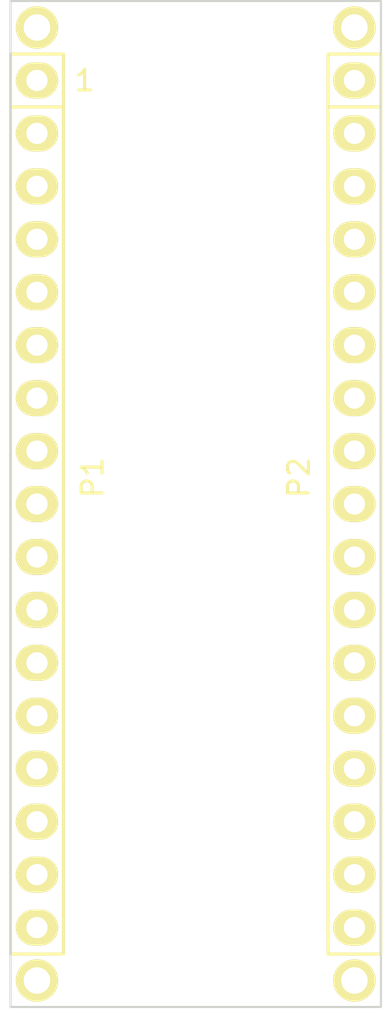
<source format=kicad_pcb>
(kicad_pcb (version 20210126) (generator pcbnew)
  (title_block (date "sam. 04 avril 2015"))
  (layers (0 "F.Cu" signal) (31 "B.Cu" signal) (34 "B.Paste" user) (35 "F.Paste" user) (36 "B.SilkS" user "B.Silkscreen") (37 "F.SilkS" user "F.Silkscreen") (38 "B.Mask" user) (39 "F.Mask" user) (44 "Edge.Cuts" user))
  (net 0 "")
  (net 1 "/MOSI")
  (net 2 "/SS")
  (net 3 "/Reset")
  (net 4 "GND")
  (net 5 "/2(SDA)")
  (net 6 "/3(**/SCL)")
  (net 7 "/4(A6)")
  (net 8 "/5(**)")
  (net 9 "/6(**/A7)")
  (net 10 "/7")
  (net 11 "/8(A8)")
  (net 12 "/9(**/A9)")
  (net 13 "/10(A10)")
  (net 14 "/11(**)")
  (net 15 "/12(A11)")
  (net 16 "/SCK")
  (net 17 "/MISO")
  (net 18 "/Vin")
  (net 19 "+5V")
  (net 20 "/A5")
  (net 21 "/A4")
  (net 22 "/A3")
  (net 23 "/A2")
  (net 24 "/A1")
  (net 25 "/A0")
  (net 26 "/AREF")
  (net 27 "/13(**)")
  (net 28 "Net-(P3-Pad1)")
  (net 29 "Net-(P4-Pad1)")
  (net 30 "Net-(P5-Pad1)")
  (net 31 "Net-(P6-Pad1)")
  (net 32 "/1(Tx1)")
  (net 33 "/0(Rx1)")
  (net 34 "Net-(P2-Pad7)")
  (net 35 "Net-(P2-Pad8)")
  (net 36 "+3V3")
  (footprint "Socket_Arduino_Micro:Socket_Strip_Arduino_1x17" (layer "F.Cu") (at 137.033 70.866 -90)
    (fp_text reference "P1" (at 19.05 -2.667 -90) (layer "F.SilkS"))
    (fp_text value "Digital")
    (fp_line (start 41.91 -1.27) (end 1.27 -1.27) (layer "F.SilkS") (width 0.15))
    (fp_line (start -1.27 1.27) (end 1.27 1.27) (layer "F.SilkS") (width 0.15))
    (fp_line (start -1.27 -1.27) (end -1.27 1.27) (layer "F.SilkS") (width 0.15))
    (fp_line (start 1.27 -1.27) (end -1.27 -1.27) (layer "F.SilkS") (width 0.15))
    (fp_line (start 1.27 1.27) (end 41.91 1.27) (layer "F.SilkS") (width 0.15))
    (fp_line (start 1.27 1.27) (end 1.27 -1.27) (layer "F.SilkS") (width 0.15))
    (fp_line (start 41.91 1.27) (end 41.91 -1.27) (layer "F.SilkS") (width 0.15))
    (pad "1" thru_hole oval (at 0 0 270) (size 1.7272 2.032) (drill 1.016) (layers *.Cu *.Mask "F.SilkS") (net 1 "/MOSI"))
    (pad "2" thru_hole oval (at 2.54 0 270) (size 1.7272 2.032) (drill 1.016) (layers *.Cu *.Mask "F.SilkS") (net 2 "/SS"))
    (pad "3" thru_hole oval (at 5.08 0 270) (size 1.7272 2.032) (drill 1.016) (layers *.Cu *.Mask "F.SilkS") (net 32 "/1(Tx1)"))
    (pad "4" thru_hole oval (at 7.62 0 270) (size 1.7272 2.032) (drill 1.016) (layers *.Cu *.Mask "F.SilkS") (net 33 "/0(Rx1)"))
    (pad "5" thru_hole oval (at 10.16 0 270) (size 1.7272 2.032) (drill 1.016) (layers *.Cu *.Mask "F.SilkS") (net 3 "/Reset"))
    (pad "6" thru_hole oval (at 12.7 0 270) (size 1.7272 2.032) (drill 1.016) (layers *.Cu *.Mask "F.SilkS") (net 4 "GND"))
    (pad "7" thru_hole oval (at 15.24 0 270) (size 1.7272 2.032) (drill 1.016) (layers *.Cu *.Mask "F.SilkS") (net 5 "/2(SDA)"))
    (pad "8" thru_hole oval (at 17.78 0 270) (size 1.7272 2.032) (drill 1.016) (layers *.Cu *.Mask "F.SilkS") (net 6 "/3(**/SCL)"))
    (pad "9" thru_hole oval (at 20.32 0 270) (size 1.7272 2.032) (drill 1.016) (layers *.Cu *.Mask "F.SilkS") (net 7 "/4(A6)"))
    (pad "10" thru_hole oval (at 22.86 0 270) (size 1.7272 2.032) (drill 1.016) (layers *.Cu *.Mask "F.SilkS") (net 8 "/5(**)"))
    (pad "11" thru_hole oval (at 25.4 0 270) (size 1.7272 2.032) (drill 1.016) (layers *.Cu *.Mask "F.SilkS") (net 9 "/6(**/A7)"))
    (pad "12" thru_hole oval (at 27.94 0 270) (size 1.7272 2.032) (drill 1.016) (layers *.Cu *.Mask "F.SilkS") (net 10 "/7"))
    (pad "13" thru_hole oval (at 30.48 0 270) (size 1.7272 2.032) (drill 1.016) (layers *.Cu *.Mask "F.SilkS") (net 11 "/8(A8)"))
    (pad "14" thru_hole oval (at 33.02 0 270) (size 1.7272 2.032) (drill 1.016) (layers *.Cu *.Mask "F.SilkS") (net 12 "/9(**/A9)"))
    (pad "15" thru_hole oval (at 35.56 0 270) (size 1.7272 2.032) (drill 1.016) (layers *.Cu *.Mask "F.SilkS") (net 13 "/10(A10)"))
    (pad "16" thru_hole oval (at 38.1 0 270) (size 1.7272 2.032) (drill 1.016) (layers *.Cu *.Mask "F.SilkS") (net 14 "/11(**)"))
    (pad "17" thru_hole oval (at 40.64 0 270) (size 1.7272 2.032) (drill 1.016) (layers *.Cu *.Mask "F.SilkS") (net 15 "/12(A11)"))
  )
  (footprint "Socket_Arduino_Micro:Socket_Strip_Arduino_1x17" (layer "F.Cu") (at 152.273 70.866 -90)
    (fp_text reference "P2" (at 19.05 2.667 -90) (layer "F.SilkS"))
    (fp_text value "Analog")
    (fp_line (start 41.91 1.27) (end 41.91 -1.27) (layer "F.SilkS") (width 0.15))
    (fp_line (start 1.27 1.27) (end 41.91 1.27) (layer "F.SilkS") (width 0.15))
    (fp_line (start -1.27 1.27) (end 1.27 1.27) (layer "F.SilkS") (width 0.15))
    (fp_line (start -1.27 -1.27) (end -1.27 1.27) (layer "F.SilkS") (width 0.15))
    (fp_line (start 41.91 -1.27) (end 1.27 -1.27) (layer "F.SilkS") (width 0.15))
    (fp_line (start 1.27 -1.27) (end -1.27 -1.27) (layer "F.SilkS") (width 0.15))
    (fp_line (start 1.27 1.27) (end 1.27 -1.27) (layer "F.SilkS") (width 0.15))
    (pad "1" thru_hole oval (at 0 0 270) (size 1.7272 2.032) (drill 1.016) (layers *.Cu *.Mask "F.SilkS") (net 16 "/SCK"))
    (pad "2" thru_hole oval (at 2.54 0 270) (size 1.7272 2.032) (drill 1.016) (layers *.Cu *.Mask "F.SilkS") (net 17 "/MISO"))
    (pad "3" thru_hole oval (at 5.08 0 270) (size 1.7272 2.032) (drill 1.016) (layers *.Cu *.Mask "F.SilkS") (net 18 "/Vin"))
    (pad "4" thru_hole oval (at 7.62 0 270) (size 1.7272 2.032) (drill 1.016) (layers *.Cu *.Mask "F.SilkS") (net 4 "GND"))
    (pad "5" thru_hole oval (at 10.16 0 270) (size 1.7272 2.032) (drill 1.016) (layers *.Cu *.Mask "F.SilkS") (net 3 "/Reset"))
    (pad "6" thru_hole oval (at 12.7 0 270) (size 1.7272 2.032) (drill 1.016) (layers *.Cu *.Mask "F.SilkS") (net 19 "+5V"))
    (pad "7" thru_hole oval (at 15.24 0 270) (size 1.7272 2.032) (drill 1.016) (layers *.Cu *.Mask "F.SilkS") (net 34 "Net-(P2-Pad7)"))
    (pad "8" thru_hole oval (at 17.78 0 270) (size 1.7272 2.032) (drill 1.016) (layers *.Cu *.Mask "F.SilkS") (net 35 "Net-(P2-Pad8)"))
    (pad "9" thru_hole oval (at 20.32 0 270) (size 1.7272 2.032) (drill 1.016) (layers *.Cu *.Mask "F.SilkS") (net 20 "/A5"))
    (pad "10" thru_hole oval (at 22.86 0 270) (size 1.7272 2.032) (drill 1.016) (layers *.Cu *.Mask "F.SilkS") (net 21 "/A4"))
    (pad "11" thru_hole oval (at 25.4 0 270) (size 1.7272 2.032) (drill 1.016) (layers *.Cu *.Mask "F.SilkS") (net 22 "/A3"))
    (pad "12" thru_hole oval (at 27.94 0 270) (size 1.7272 2.032) (drill 1.016) (layers *.Cu *.Mask "F.SilkS") (net 23 "/A2"))
    (pad "13" thru_hole oval (at 30.48 0 270) (size 1.7272 2.032) (drill 1.016) (layers *.Cu *.Mask "F.SilkS") (net 24 "/A1"))
    (pad "14" thru_hole oval (at 33.02 0 270) (size 1.7272 2.032) (drill 1.016) (layers *.Cu *.Mask "F.SilkS") (net 25 "/A0"))
    (pad "15" thru_hole oval (at 35.56 0 270) (size 1.7272 2.032) (drill 1.016) (layers *.Cu *.Mask "F.SilkS") (net 26 "/AREF"))
    (pad "16" thru_hole oval (at 38.1 0 270) (size 1.7272 2.032) (drill 1.016) (layers *.Cu *.Mask "F.SilkS") (net 36 "+3V3"))
    (pad "17" thru_hole oval (at 40.64 0 270) (size 1.7272 2.032) (drill 1.016) (layers *.Cu *.Mask "F.SilkS") (net 27 "/13(**)"))
  )
  (footprint "Socket_Arduino_Micro:1pin_Micro" (layer "F.Cu") (at 137.033 68.326)
    (fp_text reference "P3" hide)
    (fp_text value "CONN_01X01" hide)
    (pad "1" thru_hole circle (at 0 0) (size 2.032 2.032) (drill 1.27) (layers *.Cu *.Mask "F.SilkS") (net 28 "Net-(P3-Pad1)"))
  )
  (footprint "Socket_Arduino_Micro:1pin_Micro" (layer "F.Cu") (at 137.033 114.046)
    (fp_text reference "P4" hide)
    (fp_text value "CONN_01X01" hide)
    (pad "1" thru_hole circle (at 0 0) (size 2.032 2.032) (drill 1.27) (layers *.Cu *.Mask "F.SilkS") (net 29 "Net-(P4-Pad1)"))
  )
  (footprint "Socket_Arduino_Micro:1pin_Micro" (layer "F.Cu") (at 152.273 114.046)
    (fp_text reference "P5" hide)
    (fp_text value "CONN_01X01" hide)
    (pad "1" thru_hole circle (at 0 0) (size 2.032 2.032) (drill 1.27) (layers *.Cu *.Mask "F.SilkS") (net 30 "Net-(P5-Pad1)"))
  )
  (footprint "Socket_Arduino_Micro:1pin_Micro" (layer "F.Cu") (at 152.273 68.326)
    (fp_text reference "P6" hide)
    (fp_text value "CONN_01X01" hide)
    (pad "1" thru_hole circle (at 0 0) (size 2.032 2.032) (drill 1.27) (layers *.Cu *.Mask "F.SilkS") (net 31 "Net-(P6-Pad1)"))
  )
  (gr_line (start 135.763 67.056) (end 135.763 115.316) (angle 90) (layer "Edge.Cuts") (width 0.1))
  (gr_line (start 135.763 115.316) (end 153.543 115.316) (angle 90) (layer "Edge.Cuts") (width 0.1))
  (gr_line (start 153.543 67.056) (end 135.763 67.056) (angle 90) (layer "Edge.Cuts") (width 0.1))
  (gr_line (start 153.543 115.316) (end 153.543 67.056) (angle 90) (layer "Edge.Cuts") (width 0.1))
  (gr_text "1" (at 139.319 70.866) (layer "F.SilkS") (effects (font (size 1 1))))
)
</source>
